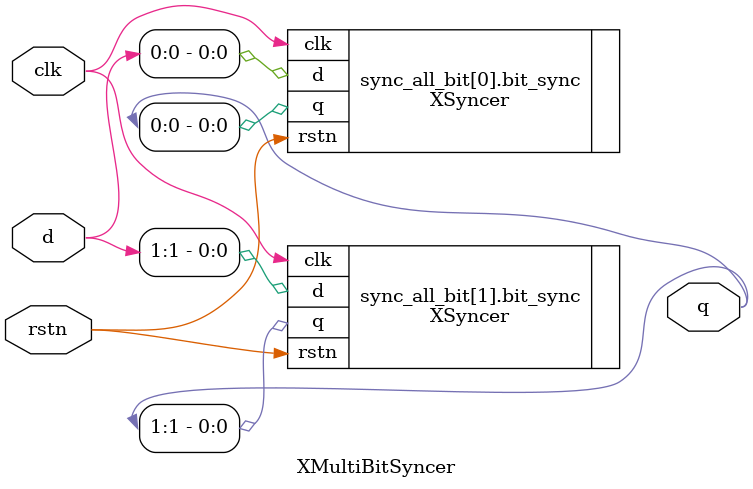
<source format=sv>

module XMultiBitSyncer #(parameter DW = 2, N = 2) (
  input logic clk,
  input logic rstn,

  input  logic [DW-1:0] d,
  output logic [DW-1:0] q
);

genvar i;
generate
	for (i = 0; i < DW; i = i + 1) begin: sync_all_bit
	  XSyncer #(.N(N)) bit_sync (.clk(clk), .rstn(rstn), .d(d[i]), .q(q[i]));
	end
endgenerate
endmodule
// EOF

</source>
